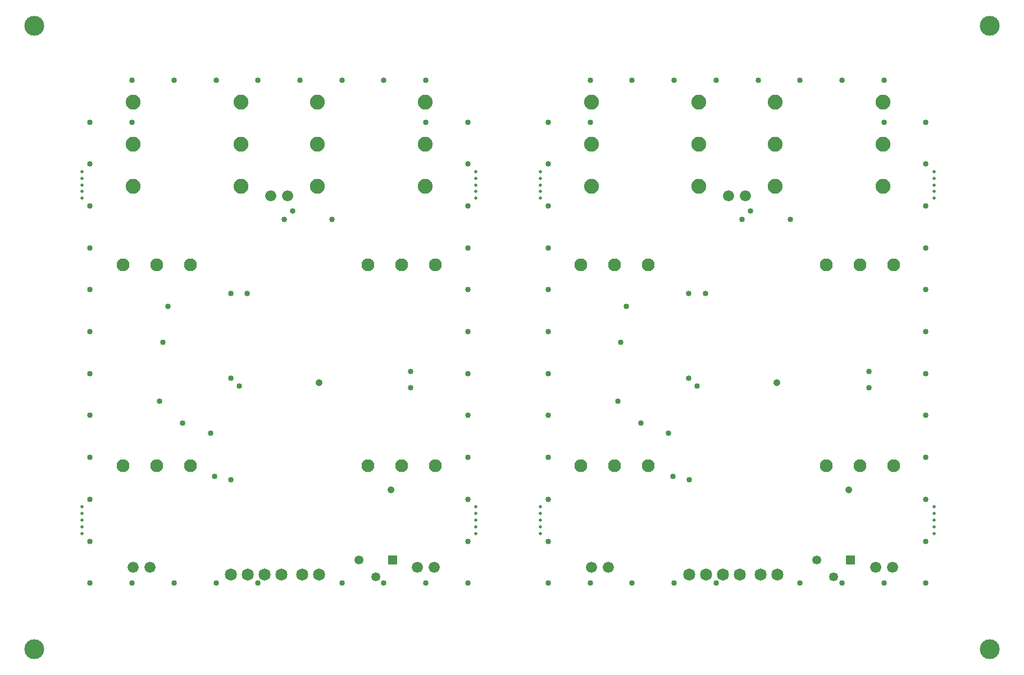
<source format=gbs>
G04*
G04 #@! TF.GenerationSoftware,Altium Limited,Altium Designer,19.1.6 (110)*
G04*
G04 Layer_Color=16711935*
%FSLAX25Y25*%
%MOIN*%
G70*
G01*
G75*
%ADD10C,0.11811*%
%ADD32C,0.01968*%
%ADD69C,0.06591*%
%ADD70C,0.07191*%
%ADD71R,0.05315X0.05315*%
%ADD72C,0.05315*%
%ADD73C,0.07678*%
%ADD74C,0.08859*%
%ADD75C,0.03347*%
%ADD76C,0.04091*%
D10*
X11811Y11811D02*
D03*
X578740D02*
D03*
Y381890D02*
D03*
X11811Y381890D02*
D03*
D32*
X312106Y295374D02*
D03*
Y291437D02*
D03*
Y287500D02*
D03*
Y279626D02*
D03*
Y283563D02*
D03*
Y84449D02*
D03*
Y80511D02*
D03*
Y88386D02*
D03*
Y92323D02*
D03*
Y96260D02*
D03*
X545669Y283563D02*
D03*
Y279626D02*
D03*
Y287500D02*
D03*
Y291437D02*
D03*
Y295374D02*
D03*
Y84449D02*
D03*
Y80511D02*
D03*
Y88386D02*
D03*
Y92323D02*
D03*
Y96260D02*
D03*
X273819D02*
D03*
Y92323D02*
D03*
Y88386D02*
D03*
Y80511D02*
D03*
Y84449D02*
D03*
Y295374D02*
D03*
Y291437D02*
D03*
Y287500D02*
D03*
Y279626D02*
D03*
Y283563D02*
D03*
X40256Y96260D02*
D03*
Y92323D02*
D03*
Y88386D02*
D03*
Y80511D02*
D03*
Y84449D02*
D03*
Y283563D02*
D03*
Y279626D02*
D03*
Y287500D02*
D03*
Y291437D02*
D03*
Y295374D02*
D03*
D69*
X152037Y281039D02*
D03*
X162037D02*
D03*
X70423Y60272D02*
D03*
X80423D02*
D03*
X249150Y60469D02*
D03*
X239150D02*
D03*
X423907Y281039D02*
D03*
X433907D02*
D03*
X342293Y60272D02*
D03*
X352293D02*
D03*
X521020Y60469D02*
D03*
X511020D02*
D03*
D70*
X148504Y56039D02*
D03*
X158504D02*
D03*
X128505D02*
D03*
X138505D02*
D03*
X180738Y55941D02*
D03*
X170738D02*
D03*
X420375Y56039D02*
D03*
X430375D02*
D03*
X400375D02*
D03*
X410375D02*
D03*
X452608Y55941D02*
D03*
X442608D02*
D03*
D71*
X224394Y64799D02*
D03*
X496265D02*
D03*
D72*
X214394Y54799D02*
D03*
X204394Y64799D02*
D03*
X486265Y54799D02*
D03*
X476264Y64799D02*
D03*
D73*
X249797Y240122D02*
D03*
X229797D02*
D03*
X209797D02*
D03*
X249797Y120622D02*
D03*
X229797D02*
D03*
X209797D02*
D03*
X104297Y240122D02*
D03*
X84297D02*
D03*
X64297D02*
D03*
X104297Y120622D02*
D03*
X84297D02*
D03*
X64297D02*
D03*
X521667Y240122D02*
D03*
X501667D02*
D03*
X481667D02*
D03*
X521667Y120622D02*
D03*
X501667D02*
D03*
X481667D02*
D03*
X376167Y240122D02*
D03*
X356167D02*
D03*
X336167D02*
D03*
X376167Y120622D02*
D03*
X356167D02*
D03*
X336167D02*
D03*
D74*
X179708Y311722D02*
D03*
X243606D02*
D03*
X179708Y336722D02*
D03*
X243606D02*
D03*
X179708Y286722D02*
D03*
X243606D02*
D03*
X70489Y311722D02*
D03*
X134387D02*
D03*
X70489Y336722D02*
D03*
X134387D02*
D03*
X70489Y286722D02*
D03*
X134387D02*
D03*
X451578Y311722D02*
D03*
X515476D02*
D03*
X451578Y336722D02*
D03*
X515476D02*
D03*
X451578Y286722D02*
D03*
X515476D02*
D03*
X342359Y311722D02*
D03*
X406257D02*
D03*
X342359Y336722D02*
D03*
X406257D02*
D03*
X342359Y286722D02*
D03*
X406257D02*
D03*
D75*
X269024Y324846D02*
D03*
Y299946D02*
D03*
Y275046D02*
D03*
Y250146D02*
D03*
Y225246D02*
D03*
Y200346D02*
D03*
Y175446D02*
D03*
Y150546D02*
D03*
Y125646D02*
D03*
Y100746D02*
D03*
Y75846D02*
D03*
Y50946D02*
D03*
X244124Y349746D02*
D03*
Y324846D02*
D03*
Y50946D02*
D03*
X219224Y349746D02*
D03*
Y50946D02*
D03*
X194324Y349746D02*
D03*
Y50946D02*
D03*
X169424Y349746D02*
D03*
X144524D02*
D03*
Y50946D02*
D03*
X119624Y349746D02*
D03*
Y50946D02*
D03*
X94724Y349746D02*
D03*
Y50946D02*
D03*
X69824Y349746D02*
D03*
Y324846D02*
D03*
Y50946D02*
D03*
X44924Y324846D02*
D03*
Y299946D02*
D03*
Y275046D02*
D03*
Y250146D02*
D03*
Y225246D02*
D03*
Y200346D02*
D03*
Y175446D02*
D03*
Y150546D02*
D03*
Y125646D02*
D03*
Y100746D02*
D03*
Y75846D02*
D03*
Y50946D02*
D03*
X128395Y172772D02*
D03*
X118848Y114504D02*
D03*
X128494Y112432D02*
D03*
X133317Y167949D02*
D03*
X116289Y139996D02*
D03*
X99753Y146000D02*
D03*
X235088Y167063D02*
D03*
X235088Y176677D02*
D03*
X188417Y266866D02*
D03*
X128395Y223067D02*
D03*
X138180D02*
D03*
X164963Y271977D02*
D03*
X159990Y266866D02*
D03*
X86072Y158992D02*
D03*
X91203Y215476D02*
D03*
X88028Y194117D02*
D03*
X540895Y324846D02*
D03*
Y299946D02*
D03*
Y275046D02*
D03*
Y250146D02*
D03*
Y225246D02*
D03*
Y200346D02*
D03*
Y175446D02*
D03*
Y150546D02*
D03*
Y125646D02*
D03*
Y100746D02*
D03*
Y75846D02*
D03*
Y50946D02*
D03*
X515995Y349746D02*
D03*
Y324846D02*
D03*
Y50946D02*
D03*
X491094Y349746D02*
D03*
Y50946D02*
D03*
X466194Y349746D02*
D03*
Y50946D02*
D03*
X441294Y349746D02*
D03*
X416395D02*
D03*
Y50946D02*
D03*
X391494Y349746D02*
D03*
Y50946D02*
D03*
X366595Y349746D02*
D03*
Y50946D02*
D03*
X341694Y349746D02*
D03*
Y324846D02*
D03*
Y50946D02*
D03*
X316794Y324846D02*
D03*
Y299946D02*
D03*
Y275046D02*
D03*
Y250146D02*
D03*
Y225246D02*
D03*
Y200346D02*
D03*
Y175446D02*
D03*
Y150546D02*
D03*
Y125646D02*
D03*
Y100746D02*
D03*
Y75846D02*
D03*
Y50946D02*
D03*
X400266Y172772D02*
D03*
X390718Y114504D02*
D03*
X400364Y112432D02*
D03*
X405187Y167949D02*
D03*
X388159Y139996D02*
D03*
X371623Y146000D02*
D03*
X506958Y167063D02*
D03*
X506958Y176677D02*
D03*
X460287Y266866D02*
D03*
X400266Y223067D02*
D03*
X410050D02*
D03*
X436833Y271977D02*
D03*
X431860Y266866D02*
D03*
X357943Y158992D02*
D03*
X363073Y215476D02*
D03*
X359898Y194117D02*
D03*
D76*
X180659Y170016D02*
D03*
X223324Y106335D02*
D03*
X452529Y170016D02*
D03*
X495194Y106335D02*
D03*
M02*

</source>
